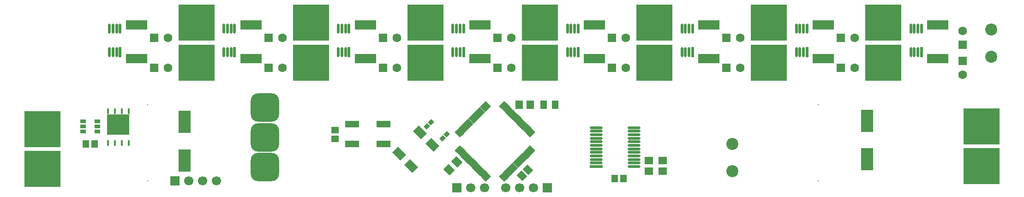
<source format=gbr>
%TF.GenerationSoftware,Altium Limited,Altium Designer,24.0.1 (36)*%
G04 Layer_Color=16711935*
%FSLAX45Y45*%
%MOMM*%
%TF.SameCoordinates,2C358838-E96C-4A59-A5A0-E9FE71613952*%
%TF.FilePolarity,Negative*%
%TF.FileFunction,Soldermask,Bot*%
%TF.Part,Single*%
G01*
G75*
%TA.AperFunction,SMDPad,CuDef*%
%ADD13R,1.30464X1.45620*%
G04:AMPARAMS|DCode=15|XSize=1.30464mm|YSize=1.4562mm|CornerRadius=0mm|HoleSize=0mm|Usage=FLASHONLY|Rotation=225.000|XOffset=0mm|YOffset=0mm|HoleType=Round|Shape=Rectangle|*
%AMROTATEDRECTD15*
4,1,4,-0.05359,0.97610,0.97610,-0.05359,0.05359,-0.97610,-0.97610,0.05359,-0.05359,0.97610,0.0*
%
%ADD15ROTATEDRECTD15*%

%ADD17R,1.45620X1.30464*%
%TA.AperFunction,ComponentPad*%
%ADD37C,1.60000*%
%ADD38R,1.60000X1.60000*%
%ADD40R,1.60000X1.60000*%
%TA.AperFunction,SMDPad,CuDef*%
G04:AMPARAMS|DCode=46|XSize=0.93108mm|YSize=0.81213mm|CornerRadius=0mm|HoleSize=0mm|Usage=FLASHONLY|Rotation=225.000|XOffset=0mm|YOffset=0mm|HoleType=Round|Shape=Rectangle|*
%AMROTATEDRECTD46*
4,1,4,0.04205,0.61632,0.61632,0.04205,-0.04205,-0.61632,-0.61632,-0.04205,0.04205,0.61632,0.0*
%
%ADD46ROTATEDRECTD46*%

%ADD47R,2.35283X0.49493*%
G04:AMPARAMS|DCode=48|XSize=2.35283mm|YSize=0.49493mm|CornerRadius=0.24746mm|HoleSize=0mm|Usage=FLASHONLY|Rotation=0.000|XOffset=0mm|YOffset=0mm|HoleType=Round|Shape=RoundedRectangle|*
%AMROUNDEDRECTD48*
21,1,2.35283,0.00000,0,0,0.0*
21,1,1.85790,0.49493,0,0,0.0*
1,1,0.49493,0.92895,0.00000*
1,1,0.49493,-0.92895,0.00000*
1,1,0.49493,-0.92895,0.00000*
1,1,0.49493,0.92895,0.00000*
%
%ADD48ROUNDEDRECTD48*%
G04:AMPARAMS|DCode=50|XSize=1.8565mm|YSize=0.49798mm|CornerRadius=0.24899mm|HoleSize=0mm|Usage=FLASHONLY|Rotation=90.000|XOffset=0mm|YOffset=0mm|HoleType=Round|Shape=RoundedRectangle|*
%AMROUNDEDRECTD50*
21,1,1.85650,0.00000,0,0,90.0*
21,1,1.35852,0.49798,0,0,90.0*
1,1,0.49798,0.00000,0.67926*
1,1,0.49798,0.00000,-0.67926*
1,1,0.49798,0.00000,-0.67926*
1,1,0.49798,0.00000,0.67926*
%
%ADD50ROUNDEDRECTD50*%
%ADD51R,0.49798X1.85650*%
%ADD53R,4.00000X1.80000*%
G04:AMPARAMS|DCode=54|XSize=1.1mm|YSize=0.6mm|CornerRadius=0.051mm|HoleSize=0mm|Usage=FLASHONLY|Rotation=0.000|XOffset=0mm|YOffset=0mm|HoleType=Round|Shape=RoundedRectangle|*
%AMROUNDEDRECTD54*
21,1,1.10000,0.49800,0,0,0.0*
21,1,0.99800,0.60000,0,0,0.0*
1,1,0.10200,0.49900,-0.24900*
1,1,0.10200,-0.49900,-0.24900*
1,1,0.10200,-0.49900,0.24900*
1,1,0.10200,0.49900,0.24900*
%
%ADD54ROUNDEDRECTD54*%
%ADD55R,0.45720X1.11760*%
%ADD56R,2.20000X4.10000*%
%ADD68R,1.40000X1.65000*%
%ADD72R,1.65000X1.40000*%
%TA.AperFunction,ComponentPad*%
%ADD73C,2.20000*%
%ADD74R,1.70000X1.70000*%
%ADD75C,1.70000*%
%ADD76R,6.70000X6.70000*%
G04:AMPARAMS|DCode=77|XSize=5.2mm|YSize=5.2mm|CornerRadius=1.35mm|HoleSize=0mm|Usage=FLASHONLY|Rotation=90.000|XOffset=0mm|YOffset=0mm|HoleType=Round|Shape=RoundedRectangle|*
%AMROUNDEDRECTD77*
21,1,5.20000,2.50000,0,0,90.0*
21,1,2.50000,5.20000,0,0,90.0*
1,1,2.70000,1.25000,1.25000*
1,1,2.70000,1.25000,-1.25000*
1,1,2.70000,-1.25000,-1.25000*
1,1,2.70000,-1.25000,1.25000*
%
%ADD77ROUNDEDRECTD77*%
%TA.AperFunction,ViaPad*%
%ADD78C,0.20000*%
%TA.AperFunction,SMDPad,CuDef*%
%ADD79R,2.50000X1.30000*%
%ADD80R,1.30000X1.50000*%
G04:AMPARAMS|DCode=81|XSize=1.65mm|YSize=1.4mm|CornerRadius=0mm|HoleSize=0mm|Usage=FLASHONLY|Rotation=315.000|XOffset=0mm|YOffset=0mm|HoleType=Round|Shape=Rectangle|*
%AMROTATEDRECTD81*
4,1,4,-1.07834,0.08839,-0.08839,1.07834,1.07834,-0.08839,0.08839,-1.07834,-1.07834,0.08839,0.0*
%
%ADD81ROTATEDRECTD81*%

G04:AMPARAMS|DCode=82|XSize=1.5mm|YSize=2.1mm|CornerRadius=0mm|HoleSize=0mm|Usage=FLASHONLY|Rotation=225.000|XOffset=0mm|YOffset=0mm|HoleType=Round|Shape=Rectangle|*
%AMROTATEDRECTD82*
4,1,4,-0.21213,1.27279,1.27279,-0.21213,0.21213,-1.27279,-1.27279,0.21213,-0.21213,1.27279,0.0*
%
%ADD82ROTATEDRECTD82*%

G04:AMPARAMS|DCode=83|XSize=0.5mm|YSize=1.4mm|CornerRadius=0mm|HoleSize=0mm|Usage=FLASHONLY|Rotation=315.000|XOffset=0mm|YOffset=0mm|HoleType=Round|Shape=Rectangle|*
%AMROTATEDRECTD83*
4,1,4,-0.67175,-0.31820,0.31820,0.67175,0.67175,0.31820,-0.31820,-0.67175,-0.67175,-0.31820,0.0*
%
%ADD83ROTATEDRECTD83*%

G04:AMPARAMS|DCode=84|XSize=0.5mm|YSize=1.4mm|CornerRadius=0mm|HoleSize=0mm|Usage=FLASHONLY|Rotation=225.000|XOffset=0mm|YOffset=0mm|HoleType=Round|Shape=Rectangle|*
%AMROTATEDRECTD84*
4,1,4,-0.31820,0.67175,0.67175,-0.31820,0.31820,-0.67175,-0.67175,0.31820,-0.31820,0.67175,0.0*
%
%ADD84ROTATEDRECTD84*%

G36*
X4357030Y4119120D02*
X4765970D01*
Y3750820D01*
X4357030D01*
Y4119120D01*
D02*
G37*
D13*
X13830579Y2940000D02*
D03*
X13669421D02*
D03*
X4130578Y3575000D02*
D03*
X3969422D02*
D03*
D15*
X12081977Y3106977D02*
D03*
X11968023Y2993023D02*
D03*
D17*
X8540000Y3830578D02*
D03*
Y3669422D02*
D03*
D37*
X15977000Y4975000D02*
D03*
Y5525000D02*
D03*
X13877000Y4975000D02*
D03*
Y5525000D02*
D03*
X11777000Y4975000D02*
D03*
Y5525000D02*
D03*
X9677000Y4975000D02*
D03*
Y5525000D02*
D03*
X7577000Y4975000D02*
D03*
Y5525000D02*
D03*
X5477000Y4975000D02*
D03*
Y5525000D02*
D03*
X18077000Y4975000D02*
D03*
Y5525000D02*
D03*
X20050000Y4848000D02*
D03*
Y5652000D02*
D03*
D38*
X15723000Y4975000D02*
D03*
Y5525000D02*
D03*
X13623000Y4975000D02*
D03*
Y5525000D02*
D03*
X11523000Y4975000D02*
D03*
Y5525000D02*
D03*
X9423000Y4975000D02*
D03*
Y5525000D02*
D03*
X7323000Y4975000D02*
D03*
Y5525000D02*
D03*
X5223000Y4975000D02*
D03*
Y5525000D02*
D03*
X17823000Y4975000D02*
D03*
Y5525000D02*
D03*
D40*
X20050000Y5102000D02*
D03*
Y5398000D02*
D03*
D46*
X10298221Y3978221D02*
D03*
X10221779Y3901779D02*
D03*
X10586442Y3756442D02*
D03*
X10510000Y3680000D02*
D03*
D47*
X13332486Y3162500D02*
D03*
D48*
Y3227500D02*
D03*
Y3292500D02*
D03*
Y3357500D02*
D03*
Y3422500D02*
D03*
Y3487500D02*
D03*
Y3552500D02*
D03*
Y3617500D02*
D03*
Y3682500D02*
D03*
Y3747500D02*
D03*
Y3812500D02*
D03*
Y3877500D02*
D03*
X14027515D02*
D03*
Y3812500D02*
D03*
Y3747500D02*
D03*
Y3682500D02*
D03*
Y3617500D02*
D03*
Y3552500D02*
D03*
Y3487500D02*
D03*
Y3422500D02*
D03*
Y3357500D02*
D03*
Y3292500D02*
D03*
Y3227500D02*
D03*
Y3162500D02*
D03*
D50*
X10897500Y5690086D02*
D03*
X10832500D02*
D03*
X10767500D02*
D03*
X10702500D02*
D03*
Y5259914D02*
D03*
X10767500D02*
D03*
X10832500D02*
D03*
X19232500D02*
D03*
X19167500D02*
D03*
X19102499D02*
D03*
Y5690086D02*
D03*
X19167500D02*
D03*
X19232500D02*
D03*
X19297501D02*
D03*
X6632500Y5259914D02*
D03*
X6567500D02*
D03*
X6502500D02*
D03*
Y5690086D02*
D03*
X6567500D02*
D03*
X6632500D02*
D03*
X6697500D02*
D03*
X17197501D02*
D03*
X17132500D02*
D03*
X17067500D02*
D03*
X17002499D02*
D03*
Y5259914D02*
D03*
X17067500D02*
D03*
X17132500D02*
D03*
X12997501Y5690086D02*
D03*
X12932500D02*
D03*
X12867500D02*
D03*
X12802499D02*
D03*
Y5259914D02*
D03*
X12867500D02*
D03*
X12932500D02*
D03*
X8797500Y5690086D02*
D03*
X8732500D02*
D03*
X8667500D02*
D03*
X8602500D02*
D03*
Y5259914D02*
D03*
X8667500D02*
D03*
X8732500D02*
D03*
X4597500Y5690086D02*
D03*
X4532500D02*
D03*
X4467500D02*
D03*
X4402500D02*
D03*
Y5259914D02*
D03*
X4467500D02*
D03*
X4532500D02*
D03*
X15032500D02*
D03*
X14967500D02*
D03*
X14902499D02*
D03*
Y5690086D02*
D03*
X14967500D02*
D03*
X15032500D02*
D03*
X15097501D02*
D03*
D51*
X10897500Y5259914D02*
D03*
X19297501D02*
D03*
X6697500D02*
D03*
X17197501D02*
D03*
X12997501D02*
D03*
X8797500D02*
D03*
X4597500D02*
D03*
X15097501D02*
D03*
D53*
X19600000Y5760000D02*
D03*
Y5140000D02*
D03*
X7000000Y5760000D02*
D03*
Y5140000D02*
D03*
X9100000Y5760000D02*
D03*
Y5140000D02*
D03*
X17500000D02*
D03*
Y5760000D02*
D03*
X13300000Y5140000D02*
D03*
Y5760000D02*
D03*
X11200000Y5140000D02*
D03*
Y5760000D02*
D03*
X4900000Y5140000D02*
D03*
Y5760000D02*
D03*
X15400000D02*
D03*
Y5140000D02*
D03*
D54*
X3920000Y3805000D02*
D03*
Y3900000D02*
D03*
Y3995000D02*
D03*
X4180000D02*
D03*
Y3900000D02*
D03*
Y3805000D02*
D03*
D55*
X4752000Y3590800D02*
D03*
X4625000D02*
D03*
X4498000D02*
D03*
X4371000D02*
D03*
Y4175000D02*
D03*
X4498000D02*
D03*
X4625000D02*
D03*
X4752000D02*
D03*
D56*
X5775000Y3980000D02*
D03*
Y3270000D02*
D03*
X18300000Y4005000D02*
D03*
Y3295000D02*
D03*
D68*
X12120000Y4300000D02*
D03*
X11920000D02*
D03*
D72*
X14300000Y3075000D02*
D03*
Y3275000D02*
D03*
X14550000Y3075000D02*
D03*
Y3275000D02*
D03*
D73*
X20575000Y5175000D02*
D03*
Y5675000D02*
D03*
X15825000Y3575000D02*
D03*
Y3075000D02*
D03*
D74*
X10775000Y2775000D02*
D03*
X12437000D02*
D03*
X5600000Y2900000D02*
D03*
D75*
X11029000Y2775000D02*
D03*
X11283000D02*
D03*
X11675000D02*
D03*
X11929000D02*
D03*
X12183000D02*
D03*
X6362000Y2900000D02*
D03*
X6108000D02*
D03*
X5854000D02*
D03*
D76*
X20400000Y3168480D02*
D03*
Y3900000D02*
D03*
X6000000Y5068480D02*
D03*
Y5800000D02*
D03*
X16500000D02*
D03*
Y5068480D02*
D03*
X18600000Y5800000D02*
D03*
Y5068480D02*
D03*
X14400000Y5800000D02*
D03*
Y5068480D02*
D03*
X10200000Y5800000D02*
D03*
Y5068480D02*
D03*
X12300000Y5800000D02*
D03*
Y5068480D02*
D03*
X8100000Y5800000D02*
D03*
Y5068480D02*
D03*
X3175000Y3850000D02*
D03*
Y3118480D02*
D03*
D77*
X7250000Y3700000D02*
D03*
Y4250000D02*
D03*
Y3150000D02*
D03*
D78*
X5100000Y4300000D02*
D03*
Y2900000D02*
D03*
X17400000D02*
D03*
Y4300000D02*
D03*
D79*
X9425000Y3945000D02*
D03*
Y3575000D02*
D03*
X8855000Y3945000D02*
D03*
Y3575000D02*
D03*
D80*
X12575000Y4300000D02*
D03*
X12365000D02*
D03*
D81*
X10770711Y3245711D02*
D03*
X10629289Y3104289D02*
D03*
D82*
X9938683Y3172408D02*
D03*
X9712409Y3398683D02*
D03*
X10327591Y3561317D02*
D03*
X10101317Y3787591D02*
D03*
D83*
X10803249Y3483579D02*
D03*
X10838604Y3448223D02*
D03*
X10873959Y3412868D02*
D03*
X10909314Y3377512D02*
D03*
X10944670Y3342157D02*
D03*
X10980025Y3306802D02*
D03*
X11015381Y3271447D02*
D03*
X11050736Y3236091D02*
D03*
X11086091Y3200736D02*
D03*
X11121446Y3165381D02*
D03*
X11156802Y3130025D02*
D03*
X11192157Y3094670D02*
D03*
X11227512Y3059315D02*
D03*
X11262868Y3023959D02*
D03*
X11298223Y2988604D02*
D03*
X11333579Y2953249D02*
D03*
X12146751Y3766421D02*
D03*
X12111396Y3801777D02*
D03*
X12076041Y3837132D02*
D03*
X12040685Y3872487D02*
D03*
X12005330Y3907843D02*
D03*
X11969975Y3943198D02*
D03*
X11934619Y3978553D02*
D03*
X11899264Y4013909D02*
D03*
X11863908Y4049264D02*
D03*
X11828553Y4084619D02*
D03*
X11793198Y4119974D02*
D03*
X11757843Y4155330D02*
D03*
X11722487Y4190685D02*
D03*
X11687132Y4226041D02*
D03*
X11651777Y4261396D02*
D03*
X11616421Y4296751D02*
D03*
D84*
Y2953249D02*
D03*
X11651777Y2988604D02*
D03*
X11687132Y3023959D02*
D03*
X11722487Y3059315D02*
D03*
X11757843Y3094670D02*
D03*
X11793198Y3130025D02*
D03*
X11828553Y3165381D02*
D03*
X11863908Y3200736D02*
D03*
X11899264Y3236091D02*
D03*
X11934619Y3271447D02*
D03*
X11969975Y3306802D02*
D03*
X12005330Y3342157D02*
D03*
X12040685Y3377512D02*
D03*
X12076041Y3412868D02*
D03*
X12111396Y3448223D02*
D03*
X12146751Y3483579D02*
D03*
X11333579Y4296751D02*
D03*
X11298223Y4261396D02*
D03*
X11262868Y4226041D02*
D03*
X11227512Y4190685D02*
D03*
X11192157Y4155330D02*
D03*
X11156802Y4119975D02*
D03*
X11121446Y4084619D02*
D03*
X11086091Y4049264D02*
D03*
X11050736Y4013909D02*
D03*
X11015381Y3978553D02*
D03*
X10980025Y3943198D02*
D03*
X10944670Y3907843D02*
D03*
X10909314Y3872487D02*
D03*
X10873959Y3837132D02*
D03*
X10838604Y3801777D02*
D03*
X10803249Y3766421D02*
D03*
%TF.MD5,4c5839390df293d7549bc4fcdcb95bc5*%
M02*

</source>
